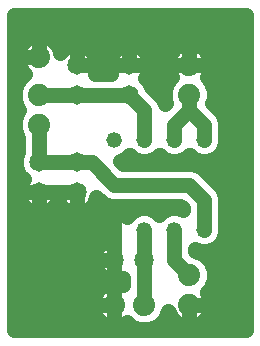
<source format=gbl>
G75*
%MOIN*%
%OFA0B0*%
%FSLAX24Y24*%
%IPPOS*%
%LPD*%
%AMOC8*
5,1,8,0,0,1.08239X$1,22.5*
%
%ADD10C,0.0520*%
%ADD11C,0.0650*%
%ADD12C,0.0740*%
%ADD13C,0.0500*%
D10*
X004350Y004350D03*
X005350Y004350D03*
X006350Y004350D03*
X007350Y004350D03*
X007350Y007350D03*
X006350Y007350D03*
X005350Y007350D03*
X004350Y007350D03*
D11*
X004850Y008850D03*
X004850Y009850D03*
X003100Y009850D03*
X003100Y008850D03*
X003100Y006600D03*
X003100Y005600D03*
X001850Y005600D03*
X001850Y006600D03*
X004350Y003350D03*
X005350Y003350D03*
D12*
X005350Y001850D03*
X004350Y001850D03*
X006850Y001850D03*
X006850Y002850D03*
X006850Y008850D03*
X006850Y009850D03*
X001850Y010100D03*
X001850Y008850D03*
X001850Y007850D03*
D13*
X001000Y011500D02*
X001000Y001000D01*
X008755Y001000D01*
X008755Y011500D01*
X001000Y011500D01*
X001000Y011317D02*
X008755Y011317D01*
X008755Y010819D02*
X001909Y010819D01*
X001897Y010820D02*
X001850Y010820D01*
X001850Y010100D01*
X001850Y010100D01*
X001850Y010100D01*
X001130Y010100D01*
X001130Y010147D01*
X001142Y010241D01*
X001167Y010332D01*
X001203Y010419D01*
X001250Y010501D01*
X001308Y010576D01*
X001374Y010642D01*
X001449Y010700D01*
X001531Y010747D01*
X001618Y010783D01*
X001709Y010808D01*
X001803Y010820D01*
X001850Y010820D01*
X001850Y010100D01*
X001130Y010100D01*
X001130Y010053D01*
X001142Y009959D01*
X001167Y009868D01*
X001203Y009781D01*
X001250Y009699D01*
X001308Y009624D01*
X001374Y009558D01*
X001389Y009546D01*
X001386Y009545D01*
X001155Y009314D01*
X001030Y009013D01*
X001030Y008687D01*
X001155Y008386D01*
X001190Y008350D01*
X001155Y008314D01*
X001030Y008013D01*
X001030Y007687D01*
X001150Y007397D01*
X001150Y006935D01*
X001075Y006754D01*
X001075Y006446D01*
X001193Y006161D01*
X001327Y006027D01*
X001288Y005976D01*
X001243Y005899D01*
X001209Y005817D01*
X001187Y005732D01*
X001175Y005644D01*
X001175Y005600D01*
X001850Y005600D01*
X002525Y005600D01*
X003100Y005600D01*
X003100Y004925D01*
X003144Y004925D01*
X003232Y004937D01*
X003317Y004959D01*
X003399Y004993D01*
X003476Y005038D01*
X003546Y005091D01*
X003609Y005154D01*
X003662Y005224D01*
X003707Y005301D01*
X003741Y005383D01*
X003759Y005451D01*
X003953Y005257D01*
X004211Y005150D01*
X006560Y005150D01*
X006650Y005060D01*
X006650Y004994D01*
X006491Y005060D01*
X006209Y005060D01*
X005948Y004952D01*
X005850Y004854D01*
X005752Y004952D01*
X005491Y005060D01*
X005209Y005060D01*
X004948Y004952D01*
X004779Y004783D01*
X004747Y004815D01*
X004670Y004872D01*
X004584Y004915D01*
X004493Y004945D01*
X004398Y004960D01*
X004350Y004960D01*
X004350Y004350D01*
X004350Y004350D01*
X004350Y004350D01*
X003740Y004350D01*
X003740Y004398D01*
X003755Y004493D01*
X003785Y004584D01*
X003828Y004670D01*
X003885Y004747D01*
X003953Y004815D01*
X004030Y004872D01*
X004116Y004915D01*
X004207Y004945D01*
X004302Y004960D01*
X004350Y004960D01*
X004350Y004350D01*
X004350Y003350D01*
X004350Y003350D01*
X004350Y002675D01*
X004394Y002675D01*
X004482Y002687D01*
X004567Y002709D01*
X004649Y002743D01*
X004650Y002744D01*
X004650Y002505D01*
X004582Y002533D01*
X004491Y002558D01*
X004397Y002570D01*
X004350Y002570D01*
X004350Y001850D01*
X004350Y001850D01*
X004350Y001130D01*
X004397Y001130D01*
X004491Y001142D01*
X004582Y001167D01*
X004669Y001203D01*
X004751Y001250D01*
X004773Y001267D01*
X004886Y001155D01*
X005187Y001030D01*
X005513Y001030D01*
X005814Y001155D01*
X006045Y001386D01*
X006157Y001655D01*
X006167Y001618D01*
X006203Y001531D01*
X006250Y001449D01*
X006308Y001374D01*
X006374Y001308D01*
X006449Y001250D01*
X006531Y001203D01*
X006618Y001167D01*
X006709Y001142D01*
X006803Y001130D01*
X006850Y001130D01*
X006897Y001130D01*
X006991Y001142D01*
X007082Y001167D01*
X007169Y001203D01*
X007251Y001250D01*
X007326Y001308D01*
X007392Y001374D01*
X007450Y001449D01*
X007497Y001531D01*
X007533Y001618D01*
X007558Y001709D01*
X007570Y001803D01*
X007570Y001850D01*
X007570Y001897D01*
X007558Y001991D01*
X007533Y002082D01*
X007497Y002169D01*
X007450Y002251D01*
X007433Y002273D01*
X007545Y002386D01*
X007670Y002687D01*
X007670Y003013D01*
X007545Y003314D01*
X007314Y003545D01*
X007050Y003655D01*
X007050Y003706D01*
X007209Y003640D01*
X007491Y003640D01*
X007752Y003748D01*
X007952Y003948D01*
X008060Y004209D01*
X008060Y004491D01*
X008050Y004515D01*
X008050Y005489D01*
X007943Y005747D01*
X007747Y005943D01*
X007247Y006443D01*
X006989Y006550D01*
X004640Y006550D01*
X004533Y006657D01*
X004752Y006748D01*
X004850Y006846D01*
X004948Y006748D01*
X005209Y006640D01*
X005491Y006640D01*
X005752Y006748D01*
X005850Y006846D01*
X005948Y006748D01*
X006209Y006640D01*
X006491Y006640D01*
X006752Y006748D01*
X006850Y006846D01*
X006948Y006748D01*
X007209Y006640D01*
X007491Y006640D01*
X007752Y006748D01*
X007952Y006948D01*
X008060Y007209D01*
X008060Y007491D01*
X008050Y007515D01*
X008050Y007989D01*
X007943Y008247D01*
X007621Y008569D01*
X007670Y008687D01*
X007670Y009013D01*
X007545Y009314D01*
X007433Y009427D01*
X007450Y009449D01*
X007497Y009531D01*
X007533Y009618D01*
X007558Y009709D01*
X007570Y009803D01*
X007570Y009850D01*
X007570Y009897D01*
X007558Y009991D01*
X007533Y010082D01*
X007497Y010169D01*
X007450Y010251D01*
X007392Y010326D01*
X007326Y010392D01*
X007251Y010450D01*
X007169Y010497D01*
X007082Y010533D01*
X006991Y010558D01*
X006897Y010570D01*
X006850Y010570D01*
X006850Y009850D01*
X006850Y009850D01*
X007570Y009850D01*
X006850Y009850D01*
X006850Y009850D01*
X006850Y009850D01*
X006130Y009850D01*
X006130Y009897D01*
X006142Y009991D01*
X006167Y010082D01*
X006203Y010169D01*
X006250Y010251D01*
X006308Y010326D01*
X006374Y010392D01*
X006449Y010450D01*
X006531Y010497D01*
X006618Y010533D01*
X006709Y010558D01*
X006803Y010570D01*
X006850Y010570D01*
X006850Y009850D01*
X006130Y009850D01*
X006130Y009803D01*
X006142Y009709D01*
X006167Y009618D01*
X006203Y009531D01*
X006250Y009449D01*
X006267Y009427D01*
X006155Y009314D01*
X006030Y009013D01*
X006030Y008687D01*
X006079Y008569D01*
X006035Y008525D01*
X005943Y008747D01*
X005582Y009108D01*
X005507Y009289D01*
X005373Y009423D01*
X005412Y009474D01*
X005457Y009551D01*
X005491Y009633D01*
X005513Y009718D01*
X005525Y009806D01*
X005525Y009850D01*
X005525Y009894D01*
X005513Y009982D01*
X005491Y010067D01*
X005457Y010149D01*
X005412Y010226D01*
X005359Y010296D01*
X005296Y010359D01*
X005226Y010412D01*
X005149Y010457D01*
X005067Y010491D01*
X004982Y010513D01*
X004894Y010525D01*
X004850Y010525D01*
X004850Y009850D01*
X004850Y009850D01*
X005525Y009850D01*
X004850Y009850D01*
X004850Y009850D01*
X004850Y009850D01*
X004175Y009850D01*
X004175Y009894D01*
X004187Y009982D01*
X004209Y010067D01*
X004243Y010149D01*
X004288Y010226D01*
X004341Y010296D01*
X004404Y010359D01*
X004474Y010412D01*
X004551Y010457D01*
X004633Y010491D01*
X004718Y010513D01*
X004806Y010525D01*
X004850Y010525D01*
X004850Y009850D01*
X004175Y009850D01*
X004175Y009806D01*
X004187Y009718D01*
X004209Y009633D01*
X004243Y009551D01*
X004244Y009550D01*
X003706Y009550D01*
X003707Y009551D01*
X003741Y009633D01*
X003763Y009718D01*
X003775Y009806D01*
X003775Y009850D01*
X003775Y009894D01*
X003763Y009982D01*
X003741Y010067D01*
X003707Y010149D01*
X003662Y010226D01*
X003609Y010296D01*
X003546Y010359D01*
X003476Y010412D01*
X003399Y010457D01*
X003317Y010491D01*
X003232Y010513D01*
X003144Y010525D01*
X003100Y010525D01*
X003100Y009850D01*
X003100Y009850D01*
X003775Y009850D01*
X003100Y009850D01*
X003100Y009850D01*
X003100Y010525D01*
X003056Y010525D01*
X002968Y010513D01*
X002883Y010491D01*
X002801Y010457D01*
X002724Y010412D01*
X002654Y010359D01*
X002591Y010296D01*
X002555Y010249D01*
X002533Y010332D01*
X002497Y010419D01*
X002450Y010501D01*
X002392Y010576D01*
X002326Y010642D01*
X002251Y010700D01*
X002169Y010747D01*
X002082Y010783D01*
X001991Y010808D01*
X001897Y010820D01*
X001850Y010819D02*
X001850Y010819D01*
X001791Y010819D02*
X001000Y010819D01*
X001000Y010320D02*
X001164Y010320D01*
X001186Y009822D02*
X001000Y009822D01*
X001000Y009323D02*
X001163Y009323D01*
X001030Y008825D02*
X001000Y008825D01*
X001000Y008326D02*
X001166Y008326D01*
X001030Y007828D02*
X001000Y007828D01*
X001000Y007329D02*
X001150Y007329D01*
X001107Y006831D02*
X001000Y006831D01*
X001000Y006332D02*
X001122Y006332D01*
X001216Y005834D02*
X001000Y005834D01*
X001175Y005600D02*
X001175Y005556D01*
X001187Y005468D01*
X001209Y005383D01*
X001243Y005301D01*
X001288Y005224D01*
X001341Y005154D01*
X001404Y005091D01*
X001474Y005038D01*
X001551Y004993D01*
X001633Y004959D01*
X001718Y004937D01*
X001806Y004925D01*
X001850Y004925D01*
X001894Y004925D01*
X001982Y004937D01*
X002067Y004959D01*
X002149Y004993D01*
X002226Y005038D01*
X002296Y005091D01*
X002359Y005154D01*
X002412Y005224D01*
X002457Y005301D01*
X002475Y005345D01*
X002493Y005301D01*
X002538Y005224D01*
X002591Y005154D01*
X002654Y005091D01*
X002724Y005038D01*
X002801Y004993D01*
X002883Y004959D01*
X002968Y004937D01*
X003056Y004925D01*
X003100Y004925D01*
X003100Y005600D01*
X003100Y005600D01*
X003100Y005600D01*
X001850Y005600D01*
X001850Y005600D01*
X001850Y004925D01*
X001850Y005600D01*
X001850Y005600D01*
X001850Y005600D01*
X001175Y005600D01*
X001229Y005335D02*
X001000Y005335D01*
X001000Y004837D02*
X003982Y004837D01*
X004350Y004837D02*
X004350Y004837D01*
X004718Y004837D02*
X004832Y004837D01*
X004350Y004350D02*
X004350Y004350D01*
X003740Y004350D01*
X003740Y004302D01*
X003755Y004207D01*
X003785Y004116D01*
X003828Y004030D01*
X003885Y003953D01*
X003946Y003891D01*
X003904Y003859D01*
X003841Y003796D01*
X003788Y003726D01*
X003743Y003649D01*
X003709Y003567D01*
X003687Y003482D01*
X003675Y003394D01*
X003675Y003350D01*
X004350Y003350D01*
X004350Y003350D01*
X004350Y003350D01*
X004350Y004025D01*
X004350Y004350D01*
X004350Y004338D02*
X004350Y004338D01*
X004350Y003840D02*
X004350Y003840D01*
X003885Y003840D02*
X001000Y003840D01*
X001000Y004338D02*
X003740Y004338D01*
X003675Y003350D02*
X003675Y003306D01*
X003687Y003218D01*
X003709Y003133D01*
X003743Y003051D01*
X003788Y002974D01*
X003841Y002904D01*
X003904Y002841D01*
X003974Y002788D01*
X004051Y002743D01*
X004133Y002709D01*
X004218Y002687D01*
X004306Y002675D01*
X004350Y002675D01*
X004350Y003350D01*
X003675Y003350D01*
X003675Y003341D02*
X001000Y003341D01*
X001000Y002843D02*
X003903Y002843D01*
X004031Y002497D02*
X003949Y002450D01*
X003874Y002392D01*
X003808Y002326D01*
X003750Y002251D01*
X003703Y002169D01*
X003667Y002082D01*
X003642Y001991D01*
X003630Y001897D01*
X003630Y001850D01*
X004350Y001850D01*
X004350Y001850D01*
X004350Y001850D01*
X004350Y002570D01*
X004303Y002570D01*
X004209Y002558D01*
X004118Y002533D01*
X004031Y002497D01*
X003826Y002344D02*
X001000Y002344D01*
X001000Y001846D02*
X003630Y001846D01*
X003630Y001850D02*
X003630Y001803D01*
X003642Y001709D01*
X003667Y001618D01*
X003703Y001531D01*
X003750Y001449D01*
X003808Y001374D01*
X003874Y001308D01*
X003949Y001250D01*
X004031Y001203D01*
X004118Y001167D01*
X004209Y001142D01*
X004303Y001130D01*
X004350Y001130D01*
X004350Y001850D01*
X003630Y001850D01*
X003835Y001347D02*
X001000Y001347D01*
X001850Y005335D02*
X001850Y005335D01*
X002471Y005335D02*
X002479Y005335D01*
X003100Y005335D02*
X003100Y005335D01*
X003721Y005335D02*
X003875Y005335D01*
X004350Y005850D02*
X006850Y005850D01*
X007350Y005350D01*
X007350Y004350D01*
X007844Y003840D02*
X008755Y003840D01*
X008755Y004338D02*
X008060Y004338D01*
X008050Y004837D02*
X008755Y004837D01*
X008755Y005335D02*
X008050Y005335D01*
X007856Y005834D02*
X008755Y005834D01*
X008755Y006332D02*
X007358Y006332D01*
X007835Y006831D02*
X008755Y006831D01*
X008755Y007329D02*
X008060Y007329D01*
X008050Y007828D02*
X008755Y007828D01*
X008755Y008326D02*
X007864Y008326D01*
X007670Y008825D02*
X008755Y008825D01*
X008755Y009323D02*
X007537Y009323D01*
X007570Y009822D02*
X008755Y009822D01*
X008755Y010320D02*
X007397Y010320D01*
X006850Y010320D02*
X006850Y010320D01*
X006303Y010320D02*
X005335Y010320D01*
X005525Y009822D02*
X006130Y009822D01*
X006163Y009323D02*
X005473Y009323D01*
X005865Y008825D02*
X006030Y008825D01*
X005350Y008350D02*
X004850Y008850D01*
X003100Y008850D01*
X001850Y008850D01*
X001850Y007850D02*
X001850Y006600D01*
X003100Y006600D01*
X003600Y006600D01*
X004350Y005850D01*
X004835Y006831D02*
X004865Y006831D01*
X005350Y007350D02*
X005350Y008350D01*
X006350Y007850D02*
X006350Y007350D01*
X006350Y007850D02*
X006850Y008350D01*
X007350Y007850D01*
X007350Y007350D01*
X006865Y006831D02*
X006835Y006831D01*
X005865Y006831D02*
X005835Y006831D01*
X006850Y008350D02*
X006850Y008850D01*
X004850Y010320D02*
X004850Y010320D01*
X004365Y010320D02*
X003585Y010320D01*
X003775Y009822D02*
X004175Y009822D01*
X003100Y010320D02*
X003100Y010320D01*
X002615Y010320D02*
X002536Y010320D01*
X001850Y010320D02*
X001850Y010320D01*
X005350Y004350D02*
X005350Y003350D01*
X005350Y001850D01*
X006007Y001347D02*
X006335Y001347D01*
X006850Y001347D02*
X006850Y001347D01*
X006850Y001130D02*
X006850Y001850D01*
X007570Y001850D01*
X006850Y001850D01*
X006850Y001850D01*
X006850Y001130D01*
X007365Y001347D02*
X008755Y001347D01*
X008755Y001846D02*
X007570Y001846D01*
X007504Y002344D02*
X008755Y002344D01*
X008755Y002843D02*
X007670Y002843D01*
X007519Y003341D02*
X008755Y003341D01*
X006850Y002850D02*
X006350Y003350D01*
X006350Y004350D01*
X006850Y001850D02*
X006850Y001850D01*
X006850Y001846D02*
X006850Y001846D01*
X004350Y001846D02*
X004350Y001846D01*
X004350Y002344D02*
X004350Y002344D01*
X004350Y002843D02*
X004350Y002843D01*
X004350Y003341D02*
X004350Y003341D01*
X004350Y001347D02*
X004350Y001347D01*
M02*

</source>
